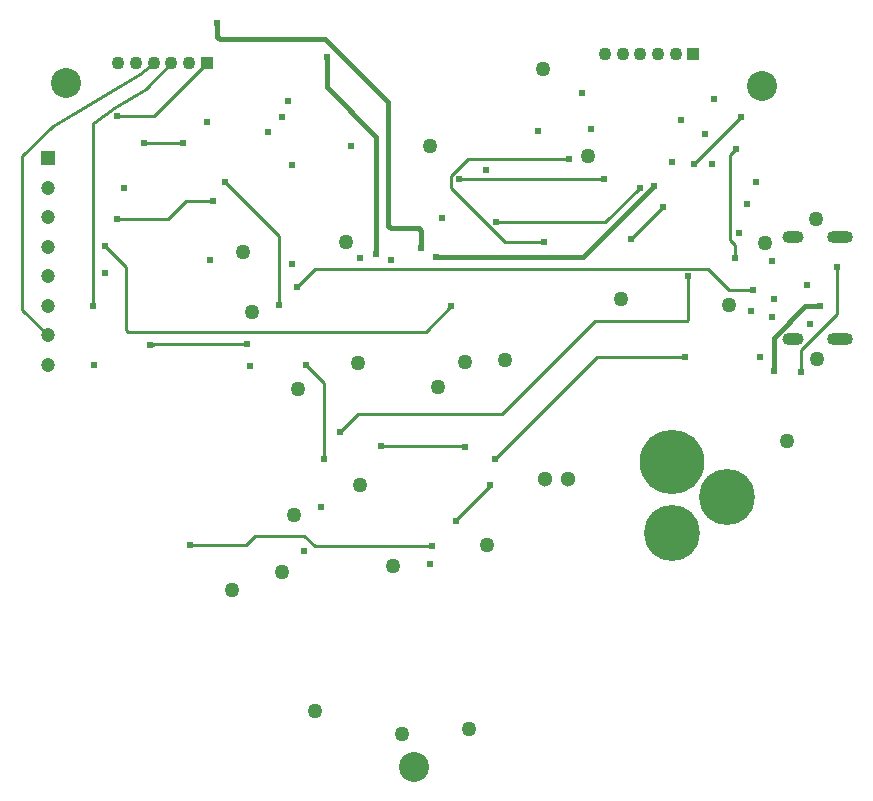
<source format=gbr>
%TF.GenerationSoftware,Altium Limited,Altium Designer,24.10.1 (45)*%
G04 Layer_Physical_Order=2*
G04 Layer_Color=36540*
%FSLAX45Y45*%
%MOMM*%
%TF.SameCoordinates,5161A517-D4F4-47BB-AA9F-3B40E8EE5112*%
%TF.FilePolarity,Positive*%
%TF.FileFunction,Copper,L2,Inr,Signal*%
%TF.Part,Single*%
G01*
G75*
%TA.AperFunction,Conductor*%
%ADD27C,0.25400*%
%ADD28C,0.38100*%
%TA.AperFunction,ViaPad*%
%ADD34C,2.54000*%
%TA.AperFunction,ComponentPad*%
G04:AMPARAMS|DCode=35|XSize=1mm|YSize=2.2mm|CornerRadius=0.5mm|HoleSize=0mm|Usage=FLASHONLY|Rotation=90.000|XOffset=0mm|YOffset=0mm|HoleType=Round|Shape=RoundedRectangle|*
%AMROUNDEDRECTD35*
21,1,1.00000,1.20000,0,0,90.0*
21,1,0.00000,2.20000,0,0,90.0*
1,1,1.00000,0.60000,0.00000*
1,1,1.00000,0.60000,0.00000*
1,1,1.00000,-0.60000,0.00000*
1,1,1.00000,-0.60000,0.00000*
%
%ADD35ROUNDEDRECTD35*%
G04:AMPARAMS|DCode=36|XSize=1mm|YSize=1.8mm|CornerRadius=0.5mm|HoleSize=0mm|Usage=FLASHONLY|Rotation=90.000|XOffset=0mm|YOffset=0mm|HoleType=Round|Shape=RoundedRectangle|*
%AMROUNDEDRECTD36*
21,1,1.00000,0.80000,0,0,90.0*
21,1,0.00000,1.80000,0,0,90.0*
1,1,1.00000,0.40000,0.00000*
1,1,1.00000,0.40000,0.00000*
1,1,1.00000,-0.40000,0.00000*
1,1,1.00000,-0.40000,0.00000*
%
%ADD36ROUNDEDRECTD36*%
%ADD37R,1.10000X1.10000*%
%ADD38C,1.10000*%
%ADD39R,1.20000X1.20000*%
%ADD40C,1.20000*%
%ADD41C,1.30000*%
%ADD42C,5.46000*%
%ADD43C,4.74000*%
%TA.AperFunction,ViaPad*%
%ADD44C,0.60960*%
%ADD45C,1.27000*%
D27*
X791855Y5757555D02*
X1532450Y6198988D01*
X533400Y5499100D02*
X791855Y5757555D01*
X1533642Y6199905D02*
X1646199Y6286500D01*
X1532450Y6198988D02*
X1533642Y6199905D01*
X533400Y4199702D02*
Y5499100D01*
Y4199702D02*
X749300Y3983802D01*
X2705100Y4241800D02*
Y4826000D01*
X1130300Y5778684D02*
X1145180Y5793563D01*
X1307408Y5904992D01*
X1578904Y6069202D01*
X1586343Y6076641D02*
X1796202Y6286500D01*
X1130300Y5768163D02*
X1130300Y5778684D01*
X1130300Y4229100D02*
Y5768163D01*
X1578904Y6069202D02*
X1586343Y6076641D01*
X6527800Y4787900D02*
Y5511800D01*
X6565900Y4635500D02*
Y4749800D01*
X6527800Y4787900D02*
X6565900Y4749800D01*
X5689600Y4800600D02*
X5956300Y5067300D01*
X1612900Y3898900D02*
X1619704Y3905704D01*
X1639663D01*
X1645559Y3911600D01*
X2438400D01*
X6157321Y4102100D02*
X6172200Y4116979D01*
X5384800Y4102100D02*
X6157321D01*
X6172200Y4116979D02*
Y4483100D01*
X2921184Y2286000D02*
X3010084Y2197100D01*
X4000500D01*
X2430420Y2209800D02*
X2506620Y2286000D01*
X2921184D01*
X4305116Y5473700D02*
X5158168D01*
X5161376Y5476908D01*
X3086100Y2933700D02*
Y3581400D01*
X2933700Y3733800D02*
X3086100Y3581400D01*
X6527800Y5511800D02*
X6578600Y5562600D01*
X6223000Y5435600D02*
X6616700Y5829300D01*
X4622616Y4775200D02*
X4953000D01*
X4166108Y5231708D02*
X4622616Y4775200D01*
X4166108Y5231708D02*
Y5334692D01*
X4305116Y5473700D01*
X4229100Y5308600D02*
X5461000D01*
X4546600Y4940300D02*
X5470502D01*
X5764201Y5233999D01*
X2857500Y4394200D02*
X3009392Y4546092D01*
X6338747D01*
X6516039Y4368800D01*
X6718300D01*
X7124700Y3861910D02*
X7429500Y4166710D01*
X4597400Y3314700D02*
X5384800Y4102100D01*
X3225800Y3162300D02*
X3378200Y3314700D01*
X4597400D01*
X7429500Y4166710D02*
Y4559300D01*
X7124700Y3670300D02*
Y3861910D01*
X1955800Y2209800D02*
X2430420D01*
X2247900Y5283200D02*
X2705100Y4826000D01*
X4267200Y3048000D02*
X4279900Y3035300D01*
X3568700Y3048000D02*
X4267200D01*
X4203700Y2413000D02*
Y2419350D01*
X4495800Y2711450D01*
Y2717800D01*
X5397500Y3797300D02*
X6146800D01*
X4533900Y2933700D02*
X5397500Y3797300D01*
X1333500Y5842000D02*
X1651701D01*
X1424579Y4013200D02*
X3949700D01*
X4165600Y4229100D01*
X1409700Y4028079D02*
X1424579Y4013200D01*
X1409700Y4028079D02*
Y4559300D01*
X1231900Y4737100D02*
X1409700Y4559300D01*
X1917700Y5118100D02*
X2146300D01*
X1333500Y4965700D02*
X1765300D01*
X1917700Y5118100D01*
X1562100Y5613400D02*
X1892300D01*
X1651701Y5842000D02*
X2096201Y6286500D01*
D28*
X3098800Y6489700D02*
X3632200Y5956300D01*
Y4911818D02*
Y5956300D01*
X2206718Y6489700D02*
X3098800D01*
X2184400Y6512018D02*
X2206718Y6489700D01*
X2184400Y6512018D02*
Y6629400D01*
X3111500Y6083300D02*
Y6337300D01*
X3632200Y4911818D02*
X3654518Y4889500D01*
X3111500Y6083300D02*
X3530600Y5664200D01*
X5283200Y4648200D02*
X5880100Y5245100D01*
X4038600Y4648200D02*
X5283200D01*
X7162800Y4229100D02*
X7289800D01*
X6896100Y3962400D02*
X7162800Y4229100D01*
X6896100Y3683000D02*
Y3962400D01*
X3530600Y4673600D02*
Y5664200D01*
X3911600Y4724400D02*
Y4867182D01*
X3654518Y4889500D02*
X3889282D01*
X3911600Y4867182D01*
D34*
X901700Y6121400D02*
D03*
X3848100Y330200D02*
D03*
X6794500Y6096000D02*
D03*
D35*
X7455601Y3949502D02*
D03*
Y4813498D02*
D03*
D36*
X7055602Y3949502D02*
D03*
Y4813498D02*
D03*
D37*
X2096201Y6286500D02*
D03*
X6215802Y6362700D02*
D03*
D38*
X1946204Y6286500D02*
D03*
X1796202D02*
D03*
X1646199D02*
D03*
X1496202D02*
D03*
X1346200D02*
D03*
X6065804Y6362700D02*
D03*
X5915802D02*
D03*
X5765800D02*
D03*
X5615803D02*
D03*
X5465801D02*
D03*
D39*
X749300Y5483804D02*
D03*
D40*
Y5233802D02*
D03*
Y4983800D02*
D03*
Y4733803D02*
D03*
Y4483801D02*
D03*
Y4233804D02*
D03*
Y3983802D02*
D03*
Y3733800D02*
D03*
D41*
X5156200Y2768600D02*
D03*
X4956200D02*
D03*
D42*
X6032500Y2911399D02*
D03*
D43*
Y2311400D02*
D03*
X6502502Y2611399D02*
D03*
D44*
X7175500Y4406900D02*
D03*
X5346700Y5727700D02*
D03*
X5270500Y6032500D02*
D03*
X2705100Y4241800D02*
D03*
X6111458Y5811151D02*
D03*
X3111500Y6337300D02*
D03*
X3657600Y4622800D02*
D03*
X3314700Y5588000D02*
D03*
X2781300Y5969000D02*
D03*
X5161376Y5476908D02*
D03*
X2933700Y3733800D02*
D03*
X2463800Y3721100D02*
D03*
X6667500Y5092700D02*
D03*
X6223000Y5435600D02*
D03*
X6743700Y5283200D02*
D03*
X6375400Y5435600D02*
D03*
X6578600Y5562600D02*
D03*
X6616700Y5829300D02*
D03*
X6311900Y5689600D02*
D03*
X6032500Y5448300D02*
D03*
X5956300Y5067300D02*
D03*
X6565900Y4635500D02*
D03*
X4953000Y4775200D02*
D03*
X4229100Y5308600D02*
D03*
X4457700Y5384800D02*
D03*
X4902200Y5715000D02*
D03*
X5764201Y5233999D02*
D03*
X4089400Y4978400D02*
D03*
X6705600Y4191000D02*
D03*
X2857500Y4394200D02*
D03*
X6172200Y4483100D02*
D03*
X6718300Y4368800D02*
D03*
X5461000Y5308600D02*
D03*
X6781800Y3797300D02*
D03*
X7200900Y4076700D02*
D03*
X3225800Y3162300D02*
D03*
X6604000Y4851400D02*
D03*
X5689600Y4800600D02*
D03*
X4546600Y4940300D02*
D03*
X5880100Y5245100D02*
D03*
X4038600Y4648200D02*
D03*
X3987800Y2044700D02*
D03*
X7429500Y4559300D02*
D03*
X6883400Y4610100D02*
D03*
X7289800Y4229100D02*
D03*
X7124700Y3670300D02*
D03*
X3086100Y2933700D02*
D03*
X2921000Y2159000D02*
D03*
X3060700Y2527300D02*
D03*
X2616200Y5702300D02*
D03*
X2120900Y4622800D02*
D03*
X2819400Y5422900D02*
D03*
Y4584700D02*
D03*
X6895380Y4293509D02*
D03*
X6883400Y4140200D02*
D03*
X6896100Y3683000D02*
D03*
X4000500Y2197100D02*
D03*
X1955800Y2209800D02*
D03*
X3390900Y4635500D02*
D03*
X1231900Y4508500D02*
D03*
X4279900Y3035300D02*
D03*
X3568700Y3048000D02*
D03*
X4495800Y2717800D02*
D03*
X4203700Y2413000D02*
D03*
X6146800Y3797300D02*
D03*
X4533900Y2933700D02*
D03*
X1333500Y5842000D02*
D03*
X3911600Y4724400D02*
D03*
X2184400Y6629400D02*
D03*
X3530600Y4673600D02*
D03*
X2730500Y5829300D02*
D03*
X2146300Y5118100D02*
D03*
X2438400Y3911600D02*
D03*
X1612900Y3898900D02*
D03*
X1397000Y5232400D02*
D03*
X1130300Y4229100D02*
D03*
X4165600D02*
D03*
X1231900Y4737100D02*
D03*
X1333500Y4965700D02*
D03*
X2247900Y5283200D02*
D03*
X1892300Y5613400D02*
D03*
X1562100D02*
D03*
X6388100Y5981700D02*
D03*
X1143000Y3733800D02*
D03*
X2095500Y5791200D02*
D03*
D45*
X2870200Y3530600D02*
D03*
X5320325Y5500075D02*
D03*
X2832100Y2463800D02*
D03*
X4470400Y2209800D02*
D03*
X3275251Y4773851D02*
D03*
X7010400Y3086100D02*
D03*
X3378200Y3746500D02*
D03*
X3670300Y2032000D02*
D03*
X5600700Y4292600D02*
D03*
X4940300Y6235700D02*
D03*
X3987201Y5588599D02*
D03*
X2479700Y4181500D02*
D03*
X6819900Y4762500D02*
D03*
X7251700Y4965700D02*
D03*
X7264400Y3784600D02*
D03*
X6515100Y4241800D02*
D03*
X2400300Y4686300D02*
D03*
X4051300Y3543300D02*
D03*
X4622800Y3771900D02*
D03*
X4279900Y3759200D02*
D03*
X3746500Y609600D02*
D03*
X3390900Y2717800D02*
D03*
X4318000Y647700D02*
D03*
X3009900Y800100D02*
D03*
X2311400Y1828800D02*
D03*
X2730500Y1981200D02*
D03*
%TF.MD5,65e0af1a42cc6a2d23502408b9ae018c*%
M02*

</source>
